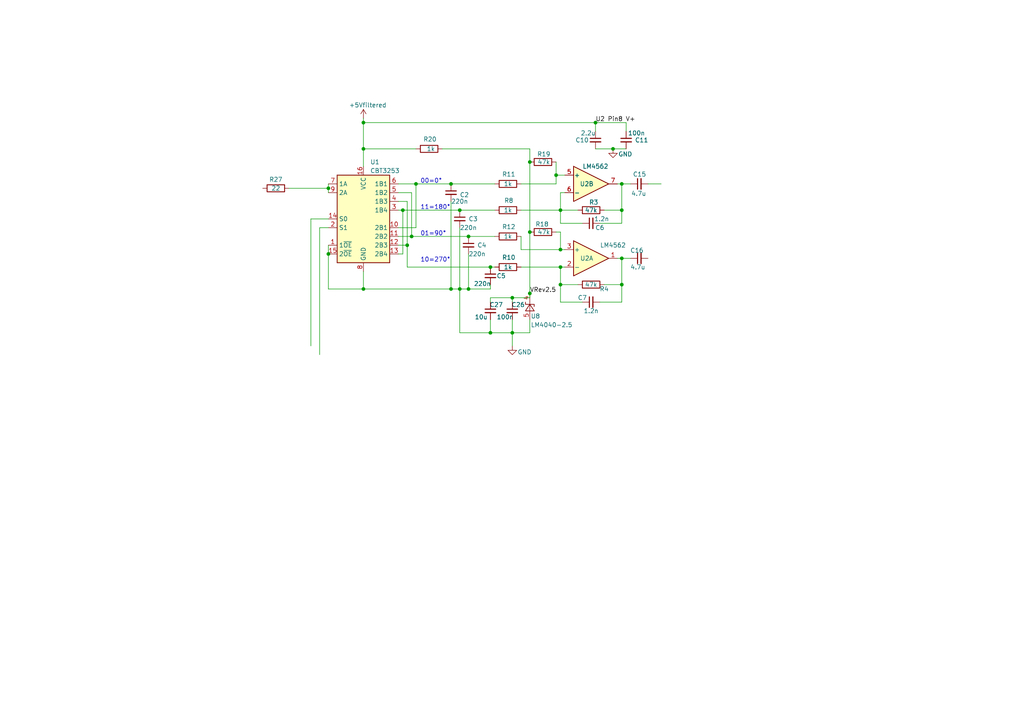
<source format=kicad_sch>
(kicad_sch (version 20250114) (generator "eeschema") (generator_version "9.0")
  (paper "A4")
  (lib_symbols
    (symbol "+5V_1" (power) (pin_names (offset 0))
      (property "Value" "+5V" (at 0 3.556 0))
      (symbol "+5V_1_0_1"
        (polyline (pts (xy -0.762 1.27) (xy 0 2.54)))
        (polyline (pts (xy 0 2.54) (xy 0.762 1.27)))
        (polyline (pts (xy 0 0) (xy 0 2.54)))
      )
      (symbol "+5V_1_1_1"
        (pin power_in line (at 0 0 90) (length 0) (hide yes) (name "+5V") (number "1"))
      )
    )
    (symbol "Amplifier_Operational:LM4562" (pin_names (offset 0.127))
      (property "Reference" "U" (at 0 5.08 0))
      (property "Value" "LM4562" (at 0 -5.08 0))
      (symbol "LM4562_1_1"
        (polyline (pts (xy -5.08 5.08) (xy 5.08 0) (xy -5.08 -5.08) (xy -5.08 5.08)) (stroke (width 0.254)) (fill (type background)))
        (pin input line (at -7.62 2.54 0) (length 2.54) (name "+") (number "3"))
        (pin input line (at -7.62 -2.54 0) (length 2.54) (name "-") (number "2"))
        (pin output line (at 7.62 0 180) (length 2.54) (name "~") (number "1"))
      )
      (symbol "LM4562_2_1"
        (polyline (pts (xy -5.08 5.08) (xy 5.08 0) (xy -5.08 -5.08) (xy -5.08 5.08)) (stroke (width 0.254)) (fill (type background)))
        (pin input line (at -7.62 2.54 0) (length 2.54) (name "+") (number "5"))
        (pin input line (at -7.62 -2.54 0) (length 2.54) (name "-") (number "6"))
        (pin output line (at 7.62 0 180) (length 2.54) (name "~") (number "7"))
      )
      (symbol "LM4562_3_1"
        (pin power_in line (at -2.54 7.62 270) (length 3.81) (name "V+") (number "8"))
        (pin power_in line (at -2.54 -7.62 90) (length 3.81) (name "V-") (number "4"))
      )
    )
    (symbol "Analog_Switch:SN74CBT3253"
      (property "Reference" "U" (at -7.62 13.97 0))
      (property "Value" "SN74CBT3253" (at -11.43 -13.97 0))
      (symbol "SN74CBT3253_0_1"
        (rectangle (start -7.62 12.7) (end 7.62 -12.7) (stroke (width 0.254)) (fill (type background)))
        (rectangle (start 7.62 -12.7) (end 7.62 -12.7))
      )
      (symbol "SN74CBT3253_1_1"
        (pin bidirectional line (at -10.16 10.16 0) (length 2.54) (name "1A") (number "7"))
        (pin bidirectional line (at -10.16 7.62 0) (length 2.54) (name "2A") (number "9"))
        (pin input line (at -10.16 0 0) (length 2.54) (name "S0") (number "14"))
        (pin input line (at -10.16 -2.54 0) (length 2.54) (name "S1") (number "2"))
        (pin input line (at -10.16 -7.62 0) (length 2.54) (name "1~{OE}") (number "1"))
        (pin input line (at -10.16 -10.16 0) (length 2.54) (name "2~{OE}") (number "15"))
        (pin power_in line (at 0 15.24 270) (length 2.54) (name "VCC") (number "16"))
        (pin power_in line (at 0 -15.24 90) (length 2.54) (name "GND") (number "8"))
        (pin bidirectional line (at 10.16 10.16 180) (length 2.54) (name "1B1") (number "6"))
        (pin bidirectional line (at 10.16 7.62 180) (length 2.54) (name "1B2") (number "5"))
        (pin bidirectional line (at 10.16 5.08 180) (length 2.54) (name "1B3") (number "4"))
        (pin bidirectional line (at 10.16 2.54 180) (length 2.54) (name "1B4") (number "3"))
        (pin bidirectional line (at 10.16 -2.54 180) (length 2.54) (name "2B1") (number "10"))
        (pin bidirectional line (at 10.16 -5.08 180) (length 2.54) (name "2B2") (number "11"))
        (pin bidirectional line (at 10.16 -7.62 180) (length 2.54) (name "2B3") (number "12"))
        (pin bidirectional line (at 10.16 -10.16 180) (length 2.54) (name "2B4") (number "13"))
      )
    )
    (symbol "Device:C_Small" (pin_numbers (hide yes)) (pin_names (offset 0.254) (hide yes))
      (property "Reference" "C" (at 0.254 1.778 0))
      (property "Value" "C_Small" (at 0.254 -2.032 0))
      (symbol "C_Small_0_1"
        (polyline (pts (xy -1.524 0.508) (xy 1.524 0.508)) (stroke (width 0.3048)))
        (polyline (pts (xy -1.524 -0.508) (xy 1.524 -0.508)) (stroke (width 0.3302)))
      )
      (symbol "C_Small_1_1"
        (pin passive line (at 0 2.54 270) (length 2.032) (name "~") (number "1"))
        (pin passive line (at 0 -2.54 90) (length 2.032) (name "~") (number "2"))
      )
    )
    (symbol "Device:R" (pin_numbers (hide yes)) (pin_names (offset 0))
      (property "Reference" "R" (at 2.032 0 90))
      (property "Value" "R" (at 0 0 90))
      (symbol "R_0_1"
        (rectangle (start -1.016 -2.54) (end 1.016 2.54) (stroke (width 0.254)))
      )
      (symbol "R_1_1"
        (pin passive line (at 0 3.81 270) (length 1.27) (name "~") (number "1"))
        (pin passive line (at 0 -3.81 90) (length 1.27) (name "~") (number "2"))
      )
    )
    (symbol "GND_5" (power) (pin_names (offset 0))
      (property "Value" "GND" (at 0 -3.81 0))
      (symbol "GND_5_0_1"
        (polyline (pts (xy 0 0) (xy 0 -1.27) (xy 1.27 -1.27) (xy 0 -2.54) (xy -1.27 -1.27) (xy 0 -1.27)))
      )
      (symbol "GND_5_1_1"
        (pin power_in line (at 0 0 270) (length 0) (hide yes) (name "GND") (number "1"))
      )
    )
    (symbol "Reference_Voltage:LM4030-2.5" (pin_names (offset 0.0254) (hide yes))
      (property "Reference" "U" (at 0 2.54 0))
      (property "Value" "LM4030-2.5" (at 0 -3.175 0))
      (symbol "LM4030-2.5_0_1"
        (polyline (pts (xy -1.27 0) (xy 0 0) (xy 1.27 0)))
        (polyline (pts (xy -1.27 -1.27) (xy 0.635 0) (xy -1.27 1.27) (xy -1.27 -1.27)) (stroke (width 0.2032)))
        (polyline (pts (xy 0 -1.27) (xy 0.635 -1.27) (xy 0.635 1.27) (xy 1.27 1.27)) (stroke (width 0.2032)))
      )
      (symbol "LM4030-2.5_1_1"
        (pin passive line (at -3.81 0 0) (length 2.54) (name "A") (number "5"))
        (pin passive line (at 3.81 0 180) (length 2.54) (name "K") (number "4"))
      )
    )
  )
  (text "10=270°" (at 121.92 76.2 0) (effects (font (size 1.27 1.27)) (justify left bottom)))
  (text "11=180°" (at 121.92 60.96 0) (effects (font (size 1.27 1.27)) (justify left bottom)))
  (text "01=90°" (at 121.92 68.58 0) (effects (font (size 1.27 1.27)) (justify left bottom)))
  (text "00=0°" (at 121.92 53.34 0) (effects (font (size 1.27 1.27)) (justify left bottom)))
  (junction (at 130.81 53.34))
  (junction (at 118.11 71.12))
  (junction (at 135.89 68.58))
  (junction (at 135.89 83.82))
  (junction (at 119.38 68.58))
  (junction (at 148.59 96.52))
  (junction (at 133.35 60.96))
  (junction (at 133.35 83.82))
  (junction (at 153.67 85.09))
  (junction (at 142.24 96.52))
  (junction (at 162.56 72.39))
  (junction (at 142.24 77.47))
  (junction (at 105.41 35.56))
  (junction (at 177.8 43.18))
  (junction (at 180.34 82.55))
  (junction (at 162.56 60.96))
  (junction (at 95.25 54.61))
  (junction (at 172.72 35.56))
  (junction (at 161.29 50.8))
  (junction (at 180.34 60.96))
  (junction (at 120.65 53.34))
  (junction (at 162.56 77.47))
  (junction (at 180.34 74.93))
  (junction (at 95.25 73.66))
  (junction (at 105.41 43.18))
  (junction (at 180.34 53.34))
  (junction (at 162.56 82.55))
  (junction (at 116.84 60.96))
  (junction (at 153.67 67.31))
  (junction (at 130.81 83.82))
  (junction (at 153.67 46.99))
  (junction (at 105.41 83.82))
  (junction (at 148.59 86.36))
  (wire (pts (xy 151.13 77.47) (xy 162.56 77.47)))
  (wire (pts (xy 187.96 53.34) (xy 191.77 53.34)))
  (wire (pts (xy 148.59 92.71) (xy 148.59 96.52)))
  (wire (pts (xy 151.13 72.39) (xy 151.13 68.58)))
  (wire (pts (xy 142.24 82.55) (xy 142.24 83.82)))
  (wire (pts (xy 162.56 60.96) (xy 167.64 60.96)))
  (wire (pts (xy 118.11 58.42) (xy 115.57 58.42)))
  (wire (pts (xy 142.24 87.63) (xy 142.24 86.36)))
  (wire (pts (xy 119.38 68.58) (xy 135.89 68.58)))
  (wire (pts (xy 142.24 86.36) (xy 148.59 86.36)))
  (wire (pts (xy 172.72 35.56) (xy 172.72 38.1)))
  (wire (pts (xy 118.11 77.47) (xy 142.24 77.47)))
  (wire (pts (xy 130.81 58.42) (xy 130.81 83.82)))
  (wire (pts (xy 148.59 86.36) (xy 153.67 86.36)))
  (wire (pts (xy 179.07 53.34) (xy 180.34 53.34)))
  (wire (pts (xy 116.84 60.96) (xy 116.84 73.66)))
  (wire (pts (xy 105.41 35.56) (xy 105.41 43.18)))
  (wire (pts (xy 133.35 83.82) (xy 133.35 96.52)))
  (wire (pts (xy 135.89 83.82) (xy 142.24 83.82)))
  (wire (pts (xy 180.34 53.34) (xy 182.88 53.34)))
  (wire (pts (xy 115.57 66.04) (xy 120.65 66.04)))
  (wire (pts (xy 95.25 73.66) (xy 95.25 83.82)))
  (wire (pts (xy 161.29 46.99) (xy 161.29 50.8)))
  (wire (pts (xy 133.35 60.96) (xy 143.51 60.96)))
  (wire (pts (xy 115.57 68.58) (xy 119.38 68.58)))
  (wire (pts (xy 182.88 74.93) (xy 180.34 74.93)))
  (wire (pts (xy 162.56 67.31) (xy 162.56 72.39)))
  (wire (pts (xy 133.35 66.04) (xy 133.35 83.82)))
  (wire (pts (xy 119.38 68.58) (xy 119.38 55.88)))
  (wire (pts (xy 162.56 77.47) (xy 162.56 82.55)))
  (wire (pts (xy 162.56 55.88) (xy 163.83 55.88)))
  (wire (pts (xy 115.57 73.66) (xy 116.84 73.66)))
  (wire (pts (xy 151.13 53.34) (xy 161.29 53.34)))
  (wire (pts (xy 151.13 72.39) (xy 162.56 72.39)))
  (wire (pts (xy 95.25 83.82) (xy 105.41 83.82)))
  (wire (pts (xy 153.67 96.52) (xy 148.59 96.52)))
  (wire (pts (xy 162.56 55.88) (xy 162.56 60.96)))
  (wire (pts (xy 153.67 86.36) (xy 153.67 85.09)))
  (wire (pts (xy 180.34 53.34) (xy 180.34 60.96)))
  (wire (pts (xy 142.24 77.47) (xy 143.51 77.47)))
  (wire (pts (xy 172.72 43.18) (xy 177.8 43.18)))
  (wire (pts (xy 162.56 87.63) (xy 168.91 87.63)))
  (wire (pts (xy 116.84 60.96) (xy 133.35 60.96)))
  (wire (pts (xy 148.59 96.52) (xy 148.59 100.33)))
  (wire (pts (xy 162.56 64.77) (xy 162.56 60.96)))
  (wire (pts (xy 92.71 66.04) (xy 92.71 102.87)))
  (wire (pts (xy 151.13 60.96) (xy 162.56 60.96)))
  (wire (pts (xy 142.24 92.71) (xy 142.24 96.52)))
  (wire (pts (xy 120.65 53.34) (xy 115.57 53.34)))
  (wire (pts (xy 135.89 73.66) (xy 135.89 83.82)))
  (wire (pts (xy 180.34 74.93) (xy 180.34 82.55)))
  (wire (pts (xy 173.99 87.63) (xy 180.34 87.63)))
  (wire (pts (xy 95.25 63.5) (xy 90.17 63.5)))
  (wire (pts (xy 95.25 53.34) (xy 95.25 54.61)))
  (wire (pts (xy 173.99 64.77) (xy 180.34 64.77)))
  (wire (pts (xy 153.67 92.71) (xy 153.67 96.52)))
  (wire (pts (xy 181.61 35.56) (xy 181.61 38.1)))
  (wire (pts (xy 177.8 43.18) (xy 181.61 43.18)))
  (wire (pts (xy 175.26 60.96) (xy 180.34 60.96)))
  (wire (pts (xy 180.34 87.63) (xy 180.34 82.55)))
  (wire (pts (xy 153.67 67.31) (xy 153.67 85.09)))
  (wire (pts (xy 115.57 60.96) (xy 116.84 60.96)))
  (wire (pts (xy 162.56 77.47) (xy 163.83 77.47)))
  (wire (pts (xy 128.27 43.18) (xy 153.67 43.18)))
  (wire (pts (xy 179.07 74.93) (xy 180.34 74.93)))
  (wire (pts (xy 153.67 46.99) (xy 153.67 67.31)))
  (wire (pts (xy 95.25 71.12) (xy 95.25 73.66)))
  (wire (pts (xy 95.25 66.04) (xy 92.71 66.04)))
  (wire (pts (xy 105.41 35.56) (xy 172.72 35.56)))
  (wire (pts (xy 130.81 53.34) (xy 143.51 53.34)))
  (wire (pts (xy 105.41 43.18) (xy 105.41 48.26)))
  (wire (pts (xy 180.34 64.77) (xy 180.34 60.96)))
  (wire (pts (xy 90.17 63.5) (xy 90.17 100.33)))
  (wire (pts (xy 162.56 64.77) (xy 168.91 64.77)))
  (wire (pts (xy 162.56 72.39) (xy 163.83 72.39)))
  (wire (pts (xy 105.41 78.74) (xy 105.41 83.82)))
  (wire (pts (xy 118.11 71.12) (xy 118.11 77.47)))
  (wire (pts (xy 115.57 71.12) (xy 118.11 71.12)))
  (wire (pts (xy 161.29 50.8) (xy 163.83 50.8)))
  (wire (pts (xy 95.25 54.61) (xy 95.25 55.88)))
  (wire (pts (xy 148.59 87.63) (xy 148.59 86.36)))
  (wire (pts (xy 142.24 96.52) (xy 148.59 96.52)))
  (wire (pts (xy 133.35 83.82) (xy 135.89 83.82)))
  (wire (pts (xy 120.65 66.04) (xy 120.65 53.34)))
  (wire (pts (xy 120.65 43.18) (xy 105.41 43.18)))
  (wire (pts (xy 120.65 53.34) (xy 130.81 53.34)))
  (wire (pts (xy 172.72 35.56) (xy 181.61 35.56)))
  (wire (pts (xy 130.81 83.82) (xy 133.35 83.82)))
  (wire (pts (xy 161.29 67.31) (xy 162.56 67.31)))
  (wire (pts (xy 162.56 82.55) (xy 167.64 82.55)))
  (wire (pts (xy 118.11 71.12) (xy 118.11 58.42)))
  (wire (pts (xy 119.38 55.88) (xy 115.57 55.88)))
  (wire (pts (xy 105.41 83.82) (xy 130.81 83.82)))
  (wire (pts (xy 135.89 68.58) (xy 143.51 68.58)))
  (wire (pts (xy 83.82 54.61) (xy 95.25 54.61)))
  (wire (pts (xy 153.67 43.18) (xy 153.67 46.99)))
  (wire (pts (xy 162.56 82.55) (xy 162.56 87.63)))
  (wire (pts (xy 175.26 82.55) (xy 180.34 82.55)))
  (wire (pts (xy 161.29 53.34) (xy 161.29 50.8)))
  (wire (pts (xy 142.24 96.52) (xy 133.35 96.52)))
  (wire (pts (xy 105.41 34.29) (xy 105.41 35.56)))
  (label "VRev2.5" (at 153.67 85.09 0))
  (label "U2 Pin8 V+" (at 172.72 35.56 0))
  (symbol (lib_id "Amplifier_Operational:LM4562") (at 171.45 53.34 0) (unit 2)
    (property "Reference" "U2" (at 170.18 53.34 0))
    (property "Value" "LM4562" (at 172.72 48.26 0))
    (property "Footprint" "SOIC-8" (effects (hide yes)))
    (property "Datasheet" "http://www.ti.com/lit/ds/symlink/lm4562.pdf" (effects (hide yes)))
  )
  (symbol (lib_id "Device:R") (at 171.45 60.96 270) (unit 1)
    (property "Reference" "R3" (at 172.212 58.674 90))
    (property "Value" "47k" (at 171.45 60.96 90))
    (property "Footprint" "Resistor_SMD:R_0603_1608Metric" (effects (hide yes)))
  )
  (symbol (lib_id "Device:C_Small") (at 171.45 64.77 90) (unit 1)
    (property "Reference" "C6" (at 173.99 66.04 90))
    (property "Value" "1.2n" (at 174.498 63.5 90))
    (property "Footprint" "Capacitor_THT:C_Disc_D3.8mm_W2.6mm_P2.50mm" (effects (hide yes)))
  )
  (symbol (lib_id "Device:R") (at 124.46 43.18 270) (unit 1)
    (property "Reference" "R20" (at 124.714 40.386 90))
    (property "Value" "1k" (at 124.968 43.18 90))
    (property "Footprint" "Resistor_SMD:R_0603_1608Metric" (effects (hide yes)))
  )
  (symbol (lib_id "Device:R") (at 147.32 77.47 270) (unit 1)
    (property "Reference" "R10" (at 147.574 74.676 90))
    (property "Value" "1k" (at 147.32 77.47 90))
    (property "Footprint" "Resistor_SMD:R_0603_1608Metric" (effects (hide yes)))
  )
  (symbol (lib_name "GND_5") (lib_id "power:GND") (at 148.59 100.33 0) (unit 1)
    (property "Reference" "#PWR07" (effects (hide yes)))
    (property "Value" "GND" (at 152.146 102.108 0))
  )
  (symbol (lib_id "Device:C_Small") (at 135.89 71.12 0) (unit 1)
    (property "Reference" "C4" (at 138.43 71.12 0) (effects (justify left)))
    (property "Value" "220n" (at 135.89 73.66 0) (effects (justify left)))
    (property "Footprint" "Capacitor_SMD:C_0603_1608Metric" (effects (hide yes)))
  )
  (symbol (lib_name "+5V_1") (lib_id "power:+5V") (at 105.41 34.29 0) (unit 1)
    (property "Reference" "#PWR06" (effects (hide yes)))
    (property "Value" "+5Vfiltered" (at 106.68 30.48 0))
  )
  (symbol (lib_id "Device:C_Small") (at 133.35 63.5 0) (unit 1)
    (property "Reference" "C3" (at 135.89 63.5 0) (effects (justify left)))
    (property "Value" "220n" (at 133.35 66.04 0) (effects (justify left)))
    (property "Footprint" "Capacitor_SMD:C_0603_1608Metric" (effects (hide yes)))
  )
  (symbol (lib_id "Device:C_Small") (at 181.61 40.64 0) (unit 1)
    (property "Reference" "C11" (at 184.15 40.64 0) (effects (justify left)))
    (property "Value" "100n" (at 182.118 38.608 0) (effects (justify left)))
    (property "Footprint" "Capacitor_SMD:C_0603_1608Metric" (effects (hide yes)))
  )
  (symbol (lib_id "Device:R") (at 147.32 60.96 270) (unit 1)
    (property "Reference" "R8" (at 147.574 58.166 90))
    (property "Value" "1k" (at 147.32 60.96 90))
    (property "Footprint" "Resistor_SMD:R_0603_1608Metric" (effects (hide yes)))
  )
  (symbol (lib_id "Device:C_Small") (at 185.42 53.34 90) (unit 1)
    (property "Reference" "C15" (at 187.452 50.546 90) (effects (justify left)))
    (property "Value" "4.7u" (at 187.452 56.134 90) (effects (justify left)))
    (property "Footprint" "Capacitor_SMD:C_0603_1608Metric" (effects (hide yes)))
  )
  (symbol (lib_id "Device:R") (at 147.32 68.58 270) (unit 1)
    (property "Reference" "R12" (at 147.574 65.786 90))
    (property "Value" "1k" (at 147.32 68.58 90))
    (property "Footprint" "Resistor_SMD:R_0603_1608Metric" (effects (hide yes)))
  )
  (symbol (lib_id "Device:R") (at 171.45 82.55 270) (unit 1)
    (property "Reference" "R4" (at 175.26 83.82 90))
    (property "Value" "47k" (at 171.45 82.55 90))
    (property "Footprint" "Resistor_SMD:R_0603_1608Metric" (effects (hide yes)))
  )
  (symbol (lib_id "Device:R") (at 80.01 54.61 270) (unit 1)
    (property "Reference" "R27" (at 80.01 52.07 90))
    (property "Value" "22" (at 80.01 54.61 90))
    (property "Footprint" "Resistor_SMD:R_0603_1608Metric" (effects (hide yes)))
  )
  (symbol (lib_id "Device:C_Small") (at 142.24 90.17 0) (unit 1)
    (property "Reference" "C27" (at 141.986 88.392 0) (effects (justify left)))
    (property "Value" "10u" (at 137.668 91.948 0) (effects (justify left)))
    (property "Footprint" "Capacitor_SMD:C_0603_1608Metric" (effects (hide yes)))
  )
  (symbol (lib_id "Device:C_Small") (at 130.81 55.88 0) (unit 1)
    (property "Reference" "C2" (at 133.35 56.5213 0) (effects (justify left)))
    (property "Value" "220n" (at 130.81 58.42 0) (effects (justify left)))
    (property "Footprint" "Capacitor_SMD:C_0603_1608Metric" (effects (hide yes)))
  )
  (symbol (lib_id "Device:C_Small") (at 171.45 87.63 90) (mirror x) (unit 1)
    (property "Reference" "C7" (at 168.91 86.36 90))
    (property "Value" "1.2n" (at 171.4563 90.17 90))
    (property "Footprint" "Capacitor_THT:C_Disc_D3.8mm_W2.6mm_P2.50mm" (effects (hide yes)))
  )
  (symbol (lib_id "Device:C_Small") (at 148.59 90.17 0) (unit 1)
    (property "Reference" "C26" (at 148.336 88.392 0) (effects (justify left)))
    (property "Value" "100n" (at 144.018 91.948 0) (effects (justify left)))
    (property "Footprint" "Capacitor_SMD:C_0603_1608Metric" (effects (hide yes)))
  )
  (symbol (lib_id "Device:C_Small") (at 185.42 74.93 90) (unit 1)
    (property "Reference" "C16" (at 186.69 72.644 90) (effects (justify left)))
    (property "Value" "4.7u" (at 187.198 77.47 90) (effects (justify left)))
    (property "Footprint" "Capacitor_SMD:C_0603_1608Metric" (effects (hide yes)))
  )
  (symbol (lib_id "Device:R") (at 147.32 53.34 270) (unit 1)
    (property "Reference" "R11" (at 147.574 50.546 90))
    (property "Value" "1k" (at 147.32 53.34 90))
    (property "Footprint" "Resistor_SMD:R_0603_1608Metric" (effects (hide yes)))
  )
  (symbol (lib_id "Analog_Switch:SN74CBT3253") (at 105.41 63.5 0) (unit 1)
    (property "Reference" "U1" (at 107.3659 46.99 0) (effects (justify left)))
    (property "Value" "CBT3253" (at 107.3659 49.53 0) (effects (justify left)))
    (property "Footprint" "Package_SO:SO-16_3.9x9.9mm_P1.27mm" (effects (hide yes)))
    (property "Datasheet" "http://www.ti.com/lit/gpn/sn74cbt3253" (effects (hide yes)))
  )
  (symbol (lib_name "GND_5") (lib_id "power:GND") (at 177.8 43.18 0) (unit 1)
    (property "Reference" "#PWR010" (effects (hide yes)))
    (property "Value" "GND" (at 181.356 44.704 0))
  )
  (symbol (lib_id "Reference_Voltage:LM4030-2.5") (at 153.67 88.9 90) (unit 1)
    (property "Reference" "U8" (at 153.924 91.694 90) (effects (justify right)))
    (property "Value" "LM4040-2.5" (at 153.924 94.234 90) (effects (justify right)))
    (property "Footprint" "Package_TO_SOT_SMD:SOT-23-5" (effects (hide yes)))
    (property "Datasheet" "http://www.ti.com/lit/ds/symlink/lm4030.pdf" (effects (hide yes)))
    (property "Description" "2.500V Ultra-High Precision Shunt Voltage Reference, SOT-23-5" (effects (hide yes)))
  )
  (symbol (lib_id "Device:R") (at 157.48 46.99 270) (unit 1)
    (property "Reference" "R19" (at 157.734 44.704 90))
    (property "Value" "47k" (at 157.734 46.99 90))
    (property "Footprint" "Resistor_SMD:R_0603_1608Metric" (effects (hide yes)))
  )
  (symbol (lib_id "Device:R") (at 157.48 67.31 270) (unit 1)
    (property "Reference" "R18" (at 157.226 65.024 90))
    (property "Value" "47k" (at 157.734 67.31 90))
    (property "Footprint" "Resistor_SMD:R_0603_1608Metric" (effects (hide yes)))
  )
  (symbol (lib_id "Amplifier_Operational:LM4562") (at 171.45 74.93 0) (unit 1)
    (property "Reference" "U2" (at 170.18 74.93 0))
    (property "Value" "LM4562" (at 177.8 71.12 0))
    (property "Footprint" "SOIC-8" (effects (hide yes)))
    (property "Datasheet" "http://www.ti.com/lit/ds/symlink/lm4562.pdf" (effects (hide yes)))
  )
  (symbol (lib_id "Device:C_Small") (at 172.72 40.64 0) (unit 1)
    (property "Reference" "C10" (at 166.878 40.64 0) (effects (justify left)))
    (property "Value" "2.2u" (at 168.402 38.608 0) (effects (justify left)))
    (property "Footprint" "Capacitor_SMD:C_0603_1608Metric" (effects (hide yes)))
  )
  (symbol (lib_id "Device:C_Small") (at 142.24 80.01 0) (unit 1)
    (property "Reference" "C5" (at 144.018 80.01 0) (effects (justify left)))
    (property "Value" "220n" (at 137.414 82.296 0) (effects (justify left)))
    (property "Footprint" "Capacitor_SMD:C_0603_1608Metric" (effects (hide yes)))
  )
)
</source>
